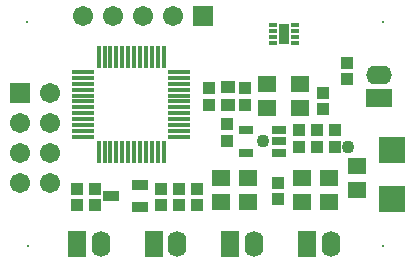
<source format=gts>
G04 Layer_Color=8388736*
%FSLAX25Y25*%
%MOIN*%
G70*
G01*
G75*
%ADD40O,0.07487X0.01502*%
%ADD41O,0.01502X0.07487*%
%ADD42R,0.02762X0.01502*%
%ADD43R,0.03400X0.06699*%
%ADD44R,0.08674X0.08674*%
%ADD45R,0.04658X0.04461*%
%ADD46R,0.05721X0.03556*%
%ADD47R,0.05131X0.03162*%
%ADD48R,0.04343X0.03950*%
%ADD49R,0.06312X0.05800*%
%ADD50O,0.06312X0.08674*%
%ADD51R,0.06312X0.08674*%
%ADD52O,0.08674X0.06312*%
%ADD53R,0.08674X0.06312*%
%ADD54R,0.06706X0.06706*%
%ADD55C,0.06706*%
%ADD56R,0.06706X0.06706*%
%ADD57C,0.00800*%
%ADD58C,0.04300*%
%ADD59C,0.03800*%
D40*
X28102Y46228D02*
D03*
Y48197D02*
D03*
Y50165D02*
D03*
Y52134D02*
D03*
Y54102D02*
D03*
Y56071D02*
D03*
Y58039D02*
D03*
Y60008D02*
D03*
Y61976D02*
D03*
Y63945D02*
D03*
Y65913D02*
D03*
Y67882D02*
D03*
X59992D02*
D03*
Y65913D02*
D03*
Y63945D02*
D03*
Y61976D02*
D03*
Y60008D02*
D03*
Y58039D02*
D03*
Y56071D02*
D03*
Y54102D02*
D03*
Y52134D02*
D03*
Y50165D02*
D03*
Y48197D02*
D03*
Y46228D02*
D03*
D41*
X33220Y73000D02*
D03*
X35189D02*
D03*
X37157D02*
D03*
X39126D02*
D03*
X41094D02*
D03*
X43063D02*
D03*
X45031D02*
D03*
X47000D02*
D03*
X48968D02*
D03*
X50937D02*
D03*
X52905D02*
D03*
X54874D02*
D03*
Y41110D02*
D03*
X52905D02*
D03*
X50937D02*
D03*
X48968D02*
D03*
X47000D02*
D03*
X45031D02*
D03*
X43063D02*
D03*
X41094D02*
D03*
X39126D02*
D03*
X37157D02*
D03*
X35189D02*
D03*
X33220D02*
D03*
D42*
X98740Y77547D02*
D03*
Y79516D02*
D03*
Y81484D02*
D03*
Y83453D02*
D03*
X91260D02*
D03*
Y81484D02*
D03*
Y79516D02*
D03*
Y77547D02*
D03*
D43*
X95000Y80500D02*
D03*
D44*
X131000Y42000D02*
D03*
Y25465D02*
D03*
D45*
X76500Y63032D02*
D03*
Y56968D02*
D03*
D46*
X37291Y26500D02*
D03*
X47134Y30240D02*
D03*
Y22760D02*
D03*
D47*
X93512Y41000D02*
D03*
Y44740D02*
D03*
Y48480D02*
D03*
X82488D02*
D03*
Y41000D02*
D03*
D48*
X100000Y43000D02*
D03*
Y48512D02*
D03*
X106000Y48500D02*
D03*
Y42988D02*
D03*
X93000Y25500D02*
D03*
Y31012D02*
D03*
X108000Y55488D02*
D03*
Y61000D02*
D03*
X116000Y71000D02*
D03*
Y65488D02*
D03*
X112000Y43000D02*
D03*
Y48512D02*
D03*
X76000Y44988D02*
D03*
Y50500D02*
D03*
X82000Y62512D02*
D03*
Y57000D02*
D03*
X66000Y29012D02*
D03*
Y23500D02*
D03*
X60000D02*
D03*
Y29012D02*
D03*
X26000D02*
D03*
Y23500D02*
D03*
X54000D02*
D03*
Y29012D02*
D03*
X32000D02*
D03*
Y23500D02*
D03*
X70000Y62500D02*
D03*
Y56988D02*
D03*
D49*
X119500Y36500D02*
D03*
Y28500D02*
D03*
X101000Y24500D02*
D03*
Y32500D02*
D03*
X110000D02*
D03*
Y24500D02*
D03*
X100500Y56000D02*
D03*
Y64000D02*
D03*
X89500D02*
D03*
Y56000D02*
D03*
X83000Y24500D02*
D03*
Y32500D02*
D03*
X74000Y24500D02*
D03*
Y32500D02*
D03*
D50*
X110630Y10630D02*
D03*
X85039D02*
D03*
X59449D02*
D03*
X33858D02*
D03*
D51*
X102756D02*
D03*
X77165D02*
D03*
X51575D02*
D03*
X25984D02*
D03*
D52*
X126772Y66929D02*
D03*
D53*
Y59055D02*
D03*
D54*
X68000Y86500D02*
D03*
D55*
X58000D02*
D03*
X48000D02*
D03*
X38000D02*
D03*
X28000D02*
D03*
X17000Y31000D02*
D03*
X7000D02*
D03*
X17000Y41000D02*
D03*
X7000D02*
D03*
X17000Y51000D02*
D03*
X7000D02*
D03*
X17000Y61000D02*
D03*
D56*
X7000D02*
D03*
D57*
X127953Y9843D02*
D03*
X9843D02*
D03*
X127953Y84646D02*
D03*
X9449D02*
D03*
D58*
X116500Y43000D02*
D03*
X88000Y44740D02*
D03*
D59*
X95000Y80500D02*
D03*
M02*

</source>
